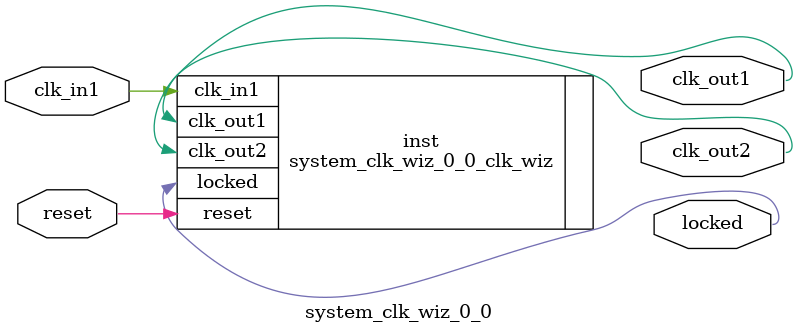
<source format=v>


`timescale 1ps/1ps

(* CORE_GENERATION_INFO = "system_clk_wiz_0_0,clk_wiz_v6_0_2_0_0,{component_name=system_clk_wiz_0_0,use_phase_alignment=true,use_min_o_jitter=false,use_max_i_jitter=false,use_dyn_phase_shift=false,use_inclk_switchover=false,use_dyn_reconfig=false,enable_axi=0,feedback_source=FDBK_AUTO,PRIMITIVE=MMCM,num_out_clk=2,clkin1_period=10.000,clkin2_period=10.000,use_power_down=false,use_reset=true,use_locked=true,use_inclk_stopped=false,feedback_type=SINGLE,CLOCK_MGR_TYPE=NA,manual_override=false}" *)

module system_clk_wiz_0_0 
 (
  // Clock out ports
  output        clk_out1,
  output        clk_out2,
  // Status and control signals
  input         reset,
  output        locked,
 // Clock in ports
  input         clk_in1
 );

  system_clk_wiz_0_0_clk_wiz inst
  (
  // Clock out ports  
  .clk_out1(clk_out1),
  .clk_out2(clk_out2),
  // Status and control signals               
  .reset(reset), 
  .locked(locked),
 // Clock in ports
  .clk_in1(clk_in1)
  );

endmodule

</source>
